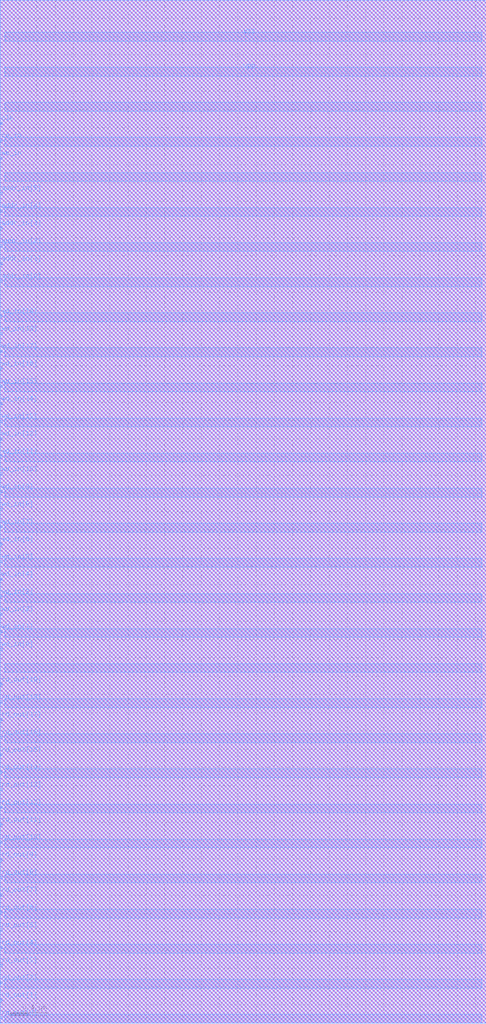
<source format=lef>
# Generated by FakeRAM 2.0
VERSION 5.7 ;
BUSBITCHARS "[]" ;
PROPERTYDEFINITIONS
  MACRO width INTEGER ;
  MACRO depth INTEGER ;
  MACRO banks INTEGER ;
END PROPERTYDEFINITIONS
MACRO fakeram_64x20
  PROPERTY width 20 ;
  PROPERTY depth 64 ;
  PROPERTY banks 2 ;
  FOREIGN fakeram_64x20 0 0 ;
  SYMMETRY X Y R90 ;
  SIZE 5.320 BY 11.200 ;
  CLASS BLOCK ;
  PIN rd_out[0]
    DIRECTION OUTPUT ;
    USE SIGNAL ;
    SHAPE ABUTMENT ;
    PORT
      LAYER M4 ;
      RECT 0.000 0.048 0.024 0.072 ;
    END
  END rd_out[0]
  PIN rd_out[1]
    DIRECTION OUTPUT ;
    USE SIGNAL ;
    SHAPE ABUTMENT ;
    PORT
      LAYER M4 ;
      RECT 0.000 0.240 0.024 0.264 ;
    END
  END rd_out[1]
  PIN rd_out[2]
    DIRECTION OUTPUT ;
    USE SIGNAL ;
    SHAPE ABUTMENT ;
    PORT
      LAYER M4 ;
      RECT 0.000 0.432 0.024 0.456 ;
    END
  END rd_out[2]
  PIN rd_out[3]
    DIRECTION OUTPUT ;
    USE SIGNAL ;
    SHAPE ABUTMENT ;
    PORT
      LAYER M4 ;
      RECT 0.000 0.624 0.024 0.648 ;
    END
  END rd_out[3]
  PIN rd_out[4]
    DIRECTION OUTPUT ;
    USE SIGNAL ;
    SHAPE ABUTMENT ;
    PORT
      LAYER M4 ;
      RECT 0.000 0.816 0.024 0.840 ;
    END
  END rd_out[4]
  PIN rd_out[5]
    DIRECTION OUTPUT ;
    USE SIGNAL ;
    SHAPE ABUTMENT ;
    PORT
      LAYER M4 ;
      RECT 0.000 1.008 0.024 1.032 ;
    END
  END rd_out[5]
  PIN rd_out[6]
    DIRECTION OUTPUT ;
    USE SIGNAL ;
    SHAPE ABUTMENT ;
    PORT
      LAYER M4 ;
      RECT 0.000 1.200 0.024 1.224 ;
    END
  END rd_out[6]
  PIN rd_out[7]
    DIRECTION OUTPUT ;
    USE SIGNAL ;
    SHAPE ABUTMENT ;
    PORT
      LAYER M4 ;
      RECT 0.000 1.392 0.024 1.416 ;
    END
  END rd_out[7]
  PIN rd_out[8]
    DIRECTION OUTPUT ;
    USE SIGNAL ;
    SHAPE ABUTMENT ;
    PORT
      LAYER M4 ;
      RECT 0.000 1.584 0.024 1.608 ;
    END
  END rd_out[8]
  PIN rd_out[9]
    DIRECTION OUTPUT ;
    USE SIGNAL ;
    SHAPE ABUTMENT ;
    PORT
      LAYER M4 ;
      RECT 0.000 1.776 0.024 1.800 ;
    END
  END rd_out[9]
  PIN rd_out[10]
    DIRECTION OUTPUT ;
    USE SIGNAL ;
    SHAPE ABUTMENT ;
    PORT
      LAYER M4 ;
      RECT 0.000 1.968 0.024 1.992 ;
    END
  END rd_out[10]
  PIN rd_out[11]
    DIRECTION OUTPUT ;
    USE SIGNAL ;
    SHAPE ABUTMENT ;
    PORT
      LAYER M4 ;
      RECT 0.000 2.160 0.024 2.184 ;
    END
  END rd_out[11]
  PIN rd_out[12]
    DIRECTION OUTPUT ;
    USE SIGNAL ;
    SHAPE ABUTMENT ;
    PORT
      LAYER M4 ;
      RECT 0.000 2.352 0.024 2.376 ;
    END
  END rd_out[12]
  PIN rd_out[13]
    DIRECTION OUTPUT ;
    USE SIGNAL ;
    SHAPE ABUTMENT ;
    PORT
      LAYER M4 ;
      RECT 0.000 2.544 0.024 2.568 ;
    END
  END rd_out[13]
  PIN rd_out[14]
    DIRECTION OUTPUT ;
    USE SIGNAL ;
    SHAPE ABUTMENT ;
    PORT
      LAYER M4 ;
      RECT 0.000 2.736 0.024 2.760 ;
    END
  END rd_out[14]
  PIN rd_out[15]
    DIRECTION OUTPUT ;
    USE SIGNAL ;
    SHAPE ABUTMENT ;
    PORT
      LAYER M4 ;
      RECT 0.000 2.928 0.024 2.952 ;
    END
  END rd_out[15]
  PIN rd_out[16]
    DIRECTION OUTPUT ;
    USE SIGNAL ;
    SHAPE ABUTMENT ;
    PORT
      LAYER M4 ;
      RECT 0.000 3.120 0.024 3.144 ;
    END
  END rd_out[16]
  PIN rd_out[17]
    DIRECTION OUTPUT ;
    USE SIGNAL ;
    SHAPE ABUTMENT ;
    PORT
      LAYER M4 ;
      RECT 0.000 3.312 0.024 3.336 ;
    END
  END rd_out[17]
  PIN rd_out[18]
    DIRECTION OUTPUT ;
    USE SIGNAL ;
    SHAPE ABUTMENT ;
    PORT
      LAYER M4 ;
      RECT 0.000 3.504 0.024 3.528 ;
    END
  END rd_out[18]
  PIN rd_out[19]
    DIRECTION OUTPUT ;
    USE SIGNAL ;
    SHAPE ABUTMENT ;
    PORT
      LAYER M4 ;
      RECT 0.000 3.696 0.024 3.720 ;
    END
  END rd_out[19]
  PIN wd_in[0]
    DIRECTION INPUT ;
    USE SIGNAL ;
    SHAPE ABUTMENT ;
    PORT
      LAYER M4 ;
      RECT 0.000 4.080 0.024 4.104 ;
    END
  END wd_in[0]
  PIN wd_in[1]
    DIRECTION INPUT ;
    USE SIGNAL ;
    SHAPE ABUTMENT ;
    PORT
      LAYER M4 ;
      RECT 0.000 4.272 0.024 4.296 ;
    END
  END wd_in[1]
  PIN wd_in[2]
    DIRECTION INPUT ;
    USE SIGNAL ;
    SHAPE ABUTMENT ;
    PORT
      LAYER M4 ;
      RECT 0.000 4.464 0.024 4.488 ;
    END
  END wd_in[2]
  PIN wd_in[3]
    DIRECTION INPUT ;
    USE SIGNAL ;
    SHAPE ABUTMENT ;
    PORT
      LAYER M4 ;
      RECT 0.000 4.656 0.024 4.680 ;
    END
  END wd_in[3]
  PIN wd_in[4]
    DIRECTION INPUT ;
    USE SIGNAL ;
    SHAPE ABUTMENT ;
    PORT
      LAYER M4 ;
      RECT 0.000 4.848 0.024 4.872 ;
    END
  END wd_in[4]
  PIN wd_in[5]
    DIRECTION INPUT ;
    USE SIGNAL ;
    SHAPE ABUTMENT ;
    PORT
      LAYER M4 ;
      RECT 0.000 5.040 0.024 5.064 ;
    END
  END wd_in[5]
  PIN wd_in[6]
    DIRECTION INPUT ;
    USE SIGNAL ;
    SHAPE ABUTMENT ;
    PORT
      LAYER M4 ;
      RECT 0.000 5.232 0.024 5.256 ;
    END
  END wd_in[6]
  PIN wd_in[7]
    DIRECTION INPUT ;
    USE SIGNAL ;
    SHAPE ABUTMENT ;
    PORT
      LAYER M4 ;
      RECT 0.000 5.424 0.024 5.448 ;
    END
  END wd_in[7]
  PIN wd_in[8]
    DIRECTION INPUT ;
    USE SIGNAL ;
    SHAPE ABUTMENT ;
    PORT
      LAYER M4 ;
      RECT 0.000 5.616 0.024 5.640 ;
    END
  END wd_in[8]
  PIN wd_in[9]
    DIRECTION INPUT ;
    USE SIGNAL ;
    SHAPE ABUTMENT ;
    PORT
      LAYER M4 ;
      RECT 0.000 5.808 0.024 5.832 ;
    END
  END wd_in[9]
  PIN wd_in[10]
    DIRECTION INPUT ;
    USE SIGNAL ;
    SHAPE ABUTMENT ;
    PORT
      LAYER M4 ;
      RECT 0.000 6.000 0.024 6.024 ;
    END
  END wd_in[10]
  PIN wd_in[11]
    DIRECTION INPUT ;
    USE SIGNAL ;
    SHAPE ABUTMENT ;
    PORT
      LAYER M4 ;
      RECT 0.000 6.192 0.024 6.216 ;
    END
  END wd_in[11]
  PIN wd_in[12]
    DIRECTION INPUT ;
    USE SIGNAL ;
    SHAPE ABUTMENT ;
    PORT
      LAYER M4 ;
      RECT 0.000 6.384 0.024 6.408 ;
    END
  END wd_in[12]
  PIN wd_in[13]
    DIRECTION INPUT ;
    USE SIGNAL ;
    SHAPE ABUTMENT ;
    PORT
      LAYER M4 ;
      RECT 0.000 6.576 0.024 6.600 ;
    END
  END wd_in[13]
  PIN wd_in[14]
    DIRECTION INPUT ;
    USE SIGNAL ;
    SHAPE ABUTMENT ;
    PORT
      LAYER M4 ;
      RECT 0.000 6.768 0.024 6.792 ;
    END
  END wd_in[14]
  PIN wd_in[15]
    DIRECTION INPUT ;
    USE SIGNAL ;
    SHAPE ABUTMENT ;
    PORT
      LAYER M4 ;
      RECT 0.000 6.960 0.024 6.984 ;
    END
  END wd_in[15]
  PIN wd_in[16]
    DIRECTION INPUT ;
    USE SIGNAL ;
    SHAPE ABUTMENT ;
    PORT
      LAYER M4 ;
      RECT 0.000 7.152 0.024 7.176 ;
    END
  END wd_in[16]
  PIN wd_in[17]
    DIRECTION INPUT ;
    USE SIGNAL ;
    SHAPE ABUTMENT ;
    PORT
      LAYER M4 ;
      RECT 0.000 7.344 0.024 7.368 ;
    END
  END wd_in[17]
  PIN wd_in[18]
    DIRECTION INPUT ;
    USE SIGNAL ;
    SHAPE ABUTMENT ;
    PORT
      LAYER M4 ;
      RECT 0.000 7.536 0.024 7.560 ;
    END
  END wd_in[18]
  PIN wd_in[19]
    DIRECTION INPUT ;
    USE SIGNAL ;
    SHAPE ABUTMENT ;
    PORT
      LAYER M4 ;
      RECT 0.000 7.728 0.024 7.752 ;
    END
  END wd_in[19]
  PIN addr_in[0]
    DIRECTION INPUT ;
    USE SIGNAL ;
    SHAPE ABUTMENT ;
    PORT
      LAYER M4 ;
      RECT 0.000 8.112 0.024 8.136 ;
    END
  END addr_in[0]
  PIN addr_in[1]
    DIRECTION INPUT ;
    USE SIGNAL ;
    SHAPE ABUTMENT ;
    PORT
      LAYER M4 ;
      RECT 0.000 8.304 0.024 8.328 ;
    END
  END addr_in[1]
  PIN addr_in[2]
    DIRECTION INPUT ;
    USE SIGNAL ;
    SHAPE ABUTMENT ;
    PORT
      LAYER M4 ;
      RECT 0.000 8.496 0.024 8.520 ;
    END
  END addr_in[2]
  PIN addr_in[3]
    DIRECTION INPUT ;
    USE SIGNAL ;
    SHAPE ABUTMENT ;
    PORT
      LAYER M4 ;
      RECT 0.000 8.688 0.024 8.712 ;
    END
  END addr_in[3]
  PIN addr_in[4]
    DIRECTION INPUT ;
    USE SIGNAL ;
    SHAPE ABUTMENT ;
    PORT
      LAYER M4 ;
      RECT 0.000 8.880 0.024 8.904 ;
    END
  END addr_in[4]
  PIN addr_in[5]
    DIRECTION INPUT ;
    USE SIGNAL ;
    SHAPE ABUTMENT ;
    PORT
      LAYER M4 ;
      RECT 0.000 9.072 0.024 9.096 ;
    END
  END addr_in[5]
  PIN we_in
    DIRECTION INPUT ;
    USE SIGNAL ;
    SHAPE ABUTMENT ;
    PORT
      LAYER M4 ;
      RECT 0.000 9.456 0.024 9.480 ;
    END
  END we_in
  PIN ce_in
    DIRECTION INPUT ;
    USE SIGNAL ;
    SHAPE ABUTMENT ;
    PORT
      LAYER M4 ;
      RECT 0.000 9.648 0.024 9.672 ;
    END
  END ce_in
  PIN clk
    DIRECTION INPUT ;
    USE SIGNAL ;
    SHAPE ABUTMENT ;
    PORT
      LAYER M4 ;
      RECT 0.000 9.840 0.024 9.864 ;
    END
  END clk
  PIN VSS
    DIRECTION INOUT ;
    USE GROUND ;
    PORT
      LAYER M4 ;
      RECT 0.048 0.000 5.272 0.096 ;
      RECT 0.048 0.768 5.272 0.864 ;
      RECT 0.048 1.536 5.272 1.632 ;
      RECT 0.048 2.304 5.272 2.400 ;
      RECT 0.048 3.072 5.272 3.168 ;
      RECT 0.048 3.840 5.272 3.936 ;
      RECT 0.048 4.608 5.272 4.704 ;
      RECT 0.048 5.376 5.272 5.472 ;
      RECT 0.048 6.144 5.272 6.240 ;
      RECT 0.048 6.912 5.272 7.008 ;
      RECT 0.048 7.680 5.272 7.776 ;
      RECT 0.048 8.448 5.272 8.544 ;
      RECT 0.048 9.216 5.272 9.312 ;
      RECT 0.048 9.984 5.272 10.080 ;
      RECT 0.048 10.752 5.272 10.848 ;
    END
  END VSS
  PIN VDD
    DIRECTION INOUT ;
    USE POWER ;
    PORT
      LAYER M4 ;
      RECT 0.048 0.384 5.272 0.480 ;
      RECT 0.048 1.152 5.272 1.248 ;
      RECT 0.048 1.920 5.272 2.016 ;
      RECT 0.048 2.688 5.272 2.784 ;
      RECT 0.048 3.456 5.272 3.552 ;
      RECT 0.048 4.224 5.272 4.320 ;
      RECT 0.048 4.992 5.272 5.088 ;
      RECT 0.048 5.760 5.272 5.856 ;
      RECT 0.048 6.528 5.272 6.624 ;
      RECT 0.048 7.296 5.272 7.392 ;
      RECT 0.048 8.064 5.272 8.160 ;
      RECT 0.048 8.832 5.272 8.928 ;
      RECT 0.048 9.600 5.272 9.696 ;
      RECT 0.048 10.368 5.272 10.464 ;
    END
  END VDD
  OBS
    LAYER M1 ;
    RECT 0 0 5.320 11.200 ;
    LAYER M2 ;
    RECT 0 0 5.320 11.200 ;
    LAYER M3 ;
    RECT 0 0 5.320 11.200 ;
    LAYER M4 ;
    RECT 0 0 5.320 11.200 ;
  END
END fakeram_64x20

END LIBRARY

</source>
